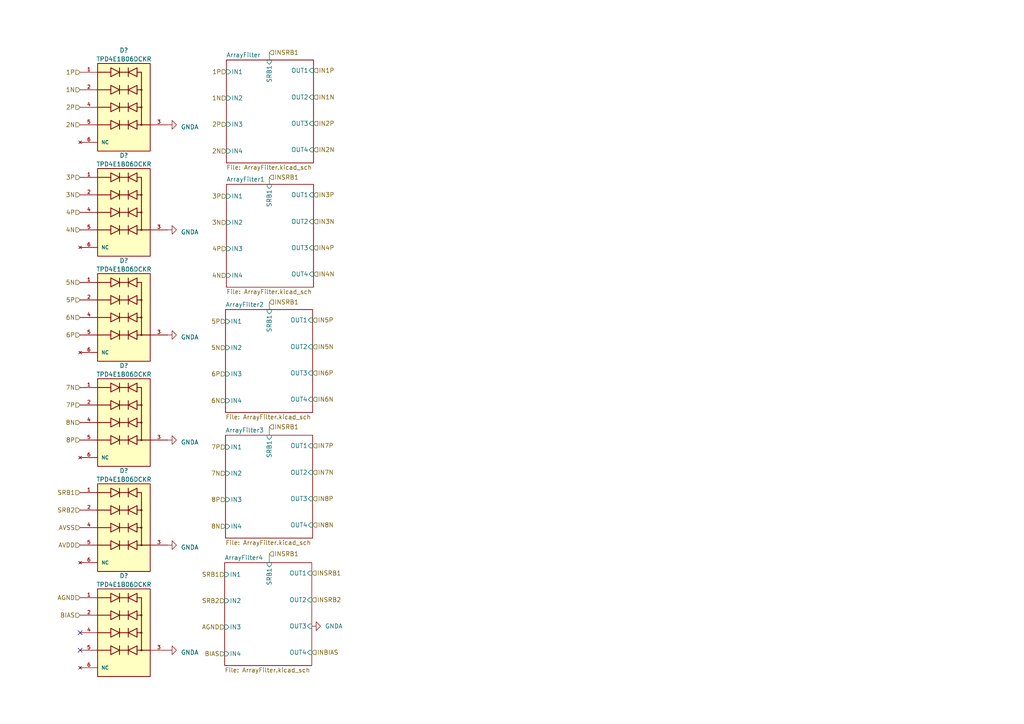
<source format=kicad_sch>
(kicad_sch (version 20230121) (generator eeschema)
  (paper "A4")
  (title_block (title "Monolith") (date "2023-12-09") (company "Monolith BCI"))
  (lib_symbols
    (symbol "TPD4E1B06DCKR:TPD4E1B06DCKR" (pin_names (offset 1.016))
      (property "Reference" "D" (at -7.62 13.208 0))
      (property "Value" "TPD4E1B06DCKR" (at -7.62 -15.24 0))
      (symbol "TPD4E1B06DCKR_0_0"
        (rectangle (start -7.62 12.7) (end 7.62 -12.7) (stroke (width 0.254)) (fill (type background)))
        (polyline (pts (xy -7.62 -5.08) (xy -3.81 -5.08)) (stroke (width 0.254)))
        (polyline (pts (xy -7.62 0) (xy -3.81 0)) (stroke (width 0.254)))
        (polyline (pts (xy -7.62 5.08) (xy -3.81 5.08)) (stroke (width 0.254)))
        (polyline (pts (xy -7.62 10.16) (xy -3.81 10.16)) (stroke (width 0.254)))
        (polyline (pts (xy -3.81 -6.35) (xy -1.27 -5.08)) (stroke (width 0.254)))
        (polyline (pts (xy -3.81 -5.08) (xy -3.81 -6.35)) (stroke (width 0.254)))
        (polyline (pts (xy -3.81 -3.81) (xy -3.81 -5.08)) (stroke (width 0.254)))
        (polyline (pts (xy -3.81 -1.27) (xy -1.27 0)) (stroke (width 0.254)))
        (polyline (pts (xy -3.81 0) (xy -3.81 -1.27)) (stroke (width 0.254)))
        (polyline (pts (xy -3.81 1.27) (xy -3.81 0)) (stroke (width 0.254)))
        (polyline (pts (xy -3.81 3.81) (xy -1.27 5.08)) (stroke (width 0.254)))
        (polyline (pts (xy -3.81 5.08) (xy -3.81 3.81)) (stroke (width 0.254)))
        (polyline (pts (xy -3.81 6.35) (xy -3.81 5.08)) (stroke (width 0.254)))
        (polyline (pts (xy -3.81 8.89) (xy -1.27 10.16)) (stroke (width 0.254)))
        (polyline (pts (xy -3.81 10.16) (xy -3.81 8.89)) (stroke (width 0.254)))
        (polyline (pts (xy -3.81 11.43) (xy -3.81 10.16)) (stroke (width 0.254)))
        (polyline (pts (xy -1.27 -5.08) (xy -3.81 -3.81)) (stroke (width 0.254)))
        (polyline (pts (xy -1.27 -5.08) (xy -1.27 -6.35)) (stroke (width 0.254)))
        (polyline (pts (xy -1.27 -5.08) (xy 1.27 -5.08)) (stroke (width 0.254)))
        (polyline (pts (xy -1.27 -3.81) (xy -1.27 -5.08)) (stroke (width 0.254)))
        (polyline (pts (xy -1.27 0) (xy -3.81 1.27)) (stroke (width 0.254)))
        (polyline (pts (xy -1.27 0) (xy -1.27 -1.27)) (stroke (width 0.254)))
        (polyline (pts (xy -1.27 0) (xy 1.27 0)) (stroke (width 0.254)))
        (polyline (pts (xy -1.27 1.27) (xy -1.27 0)) (stroke (width 0.254)))
        (polyline (pts (xy -1.27 5.08) (xy -3.81 6.35)) (stroke (width 0.254)))
        (polyline (pts (xy -1.27 5.08) (xy -1.27 3.81)) (stroke (width 0.254)))
        (polyline (pts (xy -1.27 5.08) (xy 1.27 5.08)) (stroke (width 0.254)))
        (polyline (pts (xy -1.27 6.35) (xy -1.27 5.08)) (stroke (width 0.254)))
        (polyline (pts (xy -1.27 10.16) (xy -3.81 11.43)) (stroke (width 0.254)))
        (polyline (pts (xy -1.27 10.16) (xy -1.27 8.89)) (stroke (width 0.254)))
        (polyline (pts (xy -1.27 10.16) (xy 1.27 10.16)) (stroke (width 0.254)))
        (polyline (pts (xy -1.27 11.43) (xy -1.27 10.16)) (stroke (width 0.254)))
        (polyline (pts (xy 1.27 -6.35) (xy 1.27 -5.08)) (stroke (width 0.254)))
        (polyline (pts (xy 1.27 -5.08) (xy 1.27 -3.81)) (stroke (width 0.254)))
        (polyline (pts (xy 1.27 -5.08) (xy 3.81 -6.35)) (stroke (width 0.254)))
        (polyline (pts (xy 1.27 -1.27) (xy 1.27 0)) (stroke (width 0.254)))
        (polyline (pts (xy 1.27 0) (xy 1.27 1.27)) (stroke (width 0.254)))
        (polyline (pts (xy 1.27 0) (xy 3.81 -1.27)) (stroke (width 0.254)))
        (polyline (pts (xy 1.27 3.81) (xy 1.27 5.08)) (stroke (width 0.254)))
        (polyline (pts (xy 1.27 5.08) (xy 1.27 6.35)) (stroke (width 0.254)))
        (polyline (pts (xy 1.27 5.08) (xy 3.81 3.81)) (stroke (width 0.254)))
        (polyline (pts (xy 1.27 8.89) (xy 1.27 10.16)) (stroke (width 0.254)))
        (polyline (pts (xy 1.27 10.16) (xy 1.27 11.43)) (stroke (width 0.254)))
        (polyline (pts (xy 1.27 10.16) (xy 3.81 8.89)) (stroke (width 0.254)))
        (polyline (pts (xy 3.81 -6.35) (xy 3.81 -5.08)) (stroke (width 0.254)))
        (polyline (pts (xy 3.81 -5.08) (xy 3.81 -3.81)) (stroke (width 0.254)))
        (polyline (pts (xy 3.81 -3.81) (xy 1.27 -5.08)) (stroke (width 0.254)))
        (polyline (pts (xy 3.81 -1.27) (xy 3.81 0)) (stroke (width 0.254)))
        (polyline (pts (xy 3.81 0) (xy 3.81 1.27)) (stroke (width 0.254)))
        (polyline (pts (xy 3.81 1.27) (xy 1.27 0)) (stroke (width 0.254)))
        (polyline (pts (xy 3.81 3.81) (xy 3.81 5.08)) (stroke (width 0.254)))
        (polyline (pts (xy 3.81 5.08) (xy 3.81 6.35)) (stroke (width 0.254)))
        (polyline (pts (xy 3.81 6.35) (xy 1.27 5.08)) (stroke (width 0.254)))
        (polyline (pts (xy 3.81 8.89) (xy 3.81 10.16)) (stroke (width 0.254)))
        (polyline (pts (xy 3.81 10.16) (xy 3.81 11.43)) (stroke (width 0.254)))
        (polyline (pts (xy 3.81 10.16) (xy 5.08 10.16)) (stroke (width 0.254)))
        (polyline (pts (xy 3.81 11.43) (xy 1.27 10.16)) (stroke (width 0.254)))
        (polyline (pts (xy 5.08 -5.08) (xy 3.81 -5.08)) (stroke (width 0.254)))
        (polyline (pts (xy 5.08 -5.08) (xy 7.62 -5.08)) (stroke (width 0.254)))
        (polyline (pts (xy 5.08 0) (xy 3.81 0)) (stroke (width 0.254)))
        (polyline (pts (xy 5.08 0) (xy 5.08 -5.08)) (stroke (width 0.254)))
        (polyline (pts (xy 5.08 5.08) (xy 3.81 5.08)) (stroke (width 0.254)))
        (polyline (pts (xy 5.08 5.08) (xy 5.08 0)) (stroke (width 0.254)))
        (polyline (pts (xy 5.08 10.16) (xy 5.08 5.08)) (stroke (width 0.254)))
        (circle (center 5.08 -5.08) (radius 0.15) (stroke (width 0.3)))
        (circle (center 5.08 0) (radius 0.15) (stroke (width 0.3)))
        (circle (center 5.08 5.08) (radius 0.15) (stroke (width 0.3)))
        (pin bidirectional line (at -12.7 10.16 0) (length 5.08) (name "~") (number "1"))
        (pin bidirectional line (at -12.7 5.08 0) (length 5.08) (name "~") (number "2"))
        (pin power_in line (at 12.7 -5.08 180) (length 5.08) (name "~") (number "3"))
        (pin bidirectional line (at -12.7 0 0) (length 5.08) (name "~") (number "4"))
        (pin bidirectional line (at -12.7 -5.08 0) (length 5.08) (name "~") (number "5"))
        (pin no_connect line (at -12.7 -10.16 0) (length 5.08) (name "NC") (number "6"))
      )
    )
    (symbol "TPD4E1B06DCKR_1" (pin_names (offset 1.016))
      (property "Reference" "D" (at -7.62 13.208 0))
      (property "Value" "TPD4E1B06DCKR" (at -7.62 -15.24 0))
      (symbol "TPD4E1B06DCKR_1_0_0"
        (rectangle (start -7.62 12.7) (end 7.62 -12.7) (stroke (width 0.254)) (fill (type background)))
        (polyline (pts (xy -7.62 -5.08) (xy -3.81 -5.08)) (stroke (width 0.254)))
        (polyline (pts (xy -7.62 0) (xy -3.81 0)) (stroke (width 0.254)))
        (polyline (pts (xy -7.62 5.08) (xy -3.81 5.08)) (stroke (width 0.254)))
        (polyline (pts (xy -7.62 10.16) (xy -3.81 10.16)) (stroke (width 0.254)))
        (polyline (pts (xy -3.81 -6.35) (xy -1.27 -5.08)) (stroke (width 0.254)))
        (polyline (pts (xy -3.81 -5.08) (xy -3.81 -6.35)) (stroke (width 0.254)))
        (polyline (pts (xy -3.81 -3.81) (xy -3.81 -5.08)) (stroke (width 0.254)))
        (polyline (pts (xy -3.81 -1.27) (xy -1.27 0)) (stroke (width 0.254)))
        (polyline (pts (xy -3.81 0) (xy -3.81 -1.27)) (stroke (width 0.254)))
        (polyline (pts (xy -3.81 1.27) (xy -3.81 0)) (stroke (width 0.254)))
        (polyline (pts (xy -3.81 3.81) (xy -1.27 5.08)) (stroke (width 0.254)))
        (polyline (pts (xy -3.81 5.08) (xy -3.81 3.81)) (stroke (width 0.254)))
        (polyline (pts (xy -3.81 6.35) (xy -3.81 5.08)) (stroke (width 0.254)))
        (polyline (pts (xy -3.81 8.89) (xy -1.27 10.16)) (stroke (width 0.254)))
        (polyline (pts (xy -3.81 10.16) (xy -3.81 8.89)) (stroke (width 0.254)))
        (polyline (pts (xy -3.81 11.43) (xy -3.81 10.16)) (stroke (width 0.254)))
        (polyline (pts (xy -1.27 -5.08) (xy -3.81 -3.81)) (stroke (width 0.254)))
        (polyline (pts (xy -1.27 -5.08) (xy -1.27 -6.35)) (stroke (width 0.254)))
        (polyline (pts (xy -1.27 -5.08) (xy 1.27 -5.08)) (stroke (width 0.254)))
        (polyline (pts (xy -1.27 -3.81) (xy -1.27 -5.08)) (stroke (width 0.254)))
        (polyline (pts (xy -1.27 0) (xy -3.81 1.27)) (stroke (width 0.254)))
        (polyline (pts (xy -1.27 0) (xy -1.27 -1.27)) (stroke (width 0.254)))
        (polyline (pts (xy -1.27 0) (xy 1.27 0)) (stroke (width 0.254)))
        (polyline (pts (xy -1.27 1.27) (xy -1.27 0)) (stroke (width 0.254)))
        (polyline (pts (xy -1.27 5.08) (xy -3.81 6.35)) (stroke (width 0.254)))
        (polyline (pts (xy -1.27 5.08) (xy -1.27 3.81)) (stroke (width 0.254)))
        (polyline (pts (xy -1.27 5.08) (xy 1.27 5.08)) (stroke (width 0.254)))
        (polyline (pts (xy -1.27 6.35) (xy -1.27 5.08)) (stroke (width 0.254)))
        (polyline (pts (xy -1.27 10.16) (xy -3.81 11.43)) (stroke (width 0.254)))
        (polyline (pts (xy -1.27 10.16) (xy -1.27 8.89)) (stroke (width 0.254)))
        (polyline (pts (xy -1.27 10.16) (xy 1.27 10.16)) (stroke (width 0.254)))
        (polyline (pts (xy -1.27 11.43) (xy -1.27 10.16)) (stroke (width 0.254)))
        (polyline (pts (xy 1.27 -6.35) (xy 1.27 -5.08)) (stroke (width 0.254)))
        (polyline (pts (xy 1.27 -5.08) (xy 1.27 -3.81)) (stroke (width 0.254)))
        (polyline (pts (xy 1.27 -5.08) (xy 3.81 -6.35)) (stroke (width 0.254)))
        (polyline (pts (xy 1.27 -1.27) (xy 1.27 0)) (stroke (width 0.254)))
        (polyline (pts (xy 1.27 0) (xy 1.27 1.27)) (stroke (width 0.254)))
        (polyline (pts (xy 1.27 0) (xy 3.81 -1.27)) (stroke (width 0.254)))
        (polyline (pts (xy 1.27 3.81) (xy 1.27 5.08)) (stroke (width 0.254)))
        (polyline (pts (xy 1.27 5.08) (xy 1.27 6.35)) (stroke (width 0.254)))
        (polyline (pts (xy 1.27 5.08) (xy 3.81 3.81)) (stroke (width 0.254)))
        (polyline (pts (xy 1.27 8.89) (xy 1.27 10.16)) (stroke (width 0.254)))
        (polyline (pts (xy 1.27 10.16) (xy 1.27 11.43)) (stroke (width 0.254)))
        (polyline (pts (xy 1.27 10.16) (xy 3.81 8.89)) (stroke (width 0.254)))
        (polyline (pts (xy 3.81 -6.35) (xy 3.81 -5.08)) (stroke (width 0.254)))
        (polyline (pts (xy 3.81 -5.08) (xy 3.81 -3.81)) (stroke (width 0.254)))
        (polyline (pts (xy 3.81 -3.81) (xy 1.27 -5.08)) (stroke (width 0.254)))
        (polyline (pts (xy 3.81 -1.27) (xy 3.81 0)) (stroke (width 0.254)))
        (polyline (pts (xy 3.81 0) (xy 3.81 1.27)) (stroke (width 0.254)))
        (polyline (pts (xy 3.81 1.27) (xy 1.27 0)) (stroke (width 0.254)))
        (polyline (pts (xy 3.81 3.81) (xy 3.81 5.08)) (stroke (width 0.254)))
        (polyline (pts (xy 3.81 5.08) (xy 3.81 6.35)) (stroke (width 0.254)))
        (polyline (pts (xy 3.81 6.35) (xy 1.27 5.08)) (stroke (width 0.254)))
        (polyline (pts (xy 3.81 8.89) (xy 3.81 10.16)) (stroke (width 0.254)))
        (polyline (pts (xy 3.81 10.16) (xy 3.81 11.43)) (stroke (width 0.254)))
        (polyline (pts (xy 3.81 10.16) (xy 5.08 10.16)) (stroke (width 0.254)))
        (polyline (pts (xy 3.81 11.43) (xy 1.27 10.16)) (stroke (width 0.254)))
        (polyline (pts (xy 5.08 -5.08) (xy 3.81 -5.08)) (stroke (width 0.254)))
        (polyline (pts (xy 5.08 -5.08) (xy 7.62 -5.08)) (stroke (width 0.254)))
        (polyline (pts (xy 5.08 0) (xy 3.81 0)) (stroke (width 0.254)))
        (polyline (pts (xy 5.08 0) (xy 5.08 -5.08)) (stroke (width 0.254)))
        (polyline (pts (xy 5.08 5.08) (xy 3.81 5.08)) (stroke (width 0.254)))
        (polyline (pts (xy 5.08 5.08) (xy 5.08 0)) (stroke (width 0.254)))
        (polyline (pts (xy 5.08 10.16) (xy 5.08 5.08)) (stroke (width 0.254)))
        (circle (center 5.08 -5.08) (radius 0.15) (stroke (width 0.3)))
        (circle (center 5.08 0) (radius 0.15) (stroke (width 0.3)))
        (circle (center 5.08 5.08) (radius 0.15) (stroke (width 0.3)))
        (pin bidirectional line (at -12.7 10.16 0) (length 5.08) (name "~") (number "1"))
        (pin bidirectional line (at -12.7 5.08 0) (length 5.08) (name "~") (number "2"))
        (pin power_in line (at 12.7 -5.08 180) (length 5.08) (name "~") (number "3"))
        (pin bidirectional line (at -12.7 0 0) (length 5.08) (name "~") (number "4"))
        (pin bidirectional line (at -12.7 -5.08 0) (length 5.08) (name "~") (number "5"))
        (pin no_connect line (at -12.7 -10.16 0) (length 5.08) (name "NC") (number "6"))
      )
    )
    (symbol "TPD4E1B06DCKR_2" (pin_names (offset 1.016))
      (property "Reference" "D" (at -7.62 13.208 0))
      (property "Value" "TPD4E1B06DCKR" (at -7.62 -15.24 0))
      (symbol "TPD4E1B06DCKR_2_0_0"
        (rectangle (start -7.62 12.7) (end 7.62 -12.7) (stroke (width 0.254)) (fill (type background)))
        (polyline (pts (xy -7.62 -5.08) (xy -3.81 -5.08)) (stroke (width 0.254)))
        (polyline (pts (xy -7.62 0) (xy -3.81 0)) (stroke (width 0.254)))
        (polyline (pts (xy -7.62 5.08) (xy -3.81 5.08)) (stroke (width 0.254)))
        (polyline (pts (xy -7.62 10.16) (xy -3.81 10.16)) (stroke (width 0.254)))
        (polyline (pts (xy -3.81 -6.35) (xy -1.27 -5.08)) (stroke (width 0.254)))
        (polyline (pts (xy -3.81 -5.08) (xy -3.81 -6.35)) (stroke (width 0.254)))
        (polyline (pts (xy -3.81 -3.81) (xy -3.81 -5.08)) (stroke (width 0.254)))
        (polyline (pts (xy -3.81 -1.27) (xy -1.27 0)) (stroke (width 0.254)))
        (polyline (pts (xy -3.81 0) (xy -3.81 -1.27)) (stroke (width 0.254)))
        (polyline (pts (xy -3.81 1.27) (xy -3.81 0)) (stroke (width 0.254)))
        (polyline (pts (xy -3.81 3.81) (xy -1.27 5.08)) (stroke (width 0.254)))
        (polyline (pts (xy -3.81 5.08) (xy -3.81 3.81)) (stroke (width 0.254)))
        (polyline (pts (xy -3.81 6.35) (xy -3.81 5.08)) (stroke (width 0.254)))
        (polyline (pts (xy -3.81 8.89) (xy -1.27 10.16)) (stroke (width 0.254)))
        (polyline (pts (xy -3.81 10.16) (xy -3.81 8.89)) (stroke (width 0.254)))
        (polyline (pts (xy -3.81 11.43) (xy -3.81 10.16)) (stroke (width 0.254)))
        (polyline (pts (xy -1.27 -5.08) (xy -3.81 -3.81)) (stroke (width 0.254)))
        (polyline (pts (xy -1.27 -5.08) (xy -1.27 -6.35)) (stroke (width 0.254)))
        (polyline (pts (xy -1.27 -5.08) (xy 1.27 -5.08)) (stroke (width 0.254)))
        (polyline (pts (xy -1.27 -3.81) (xy -1.27 -5.08)) (stroke (width 0.254)))
        (polyline (pts (xy -1.27 0) (xy -3.81 1.27)) (stroke (width 0.254)))
        (polyline (pts (xy -1.27 0) (xy -1.27 -1.27)) (stroke (width 0.254)))
        (polyline (pts (xy -1.27 0) (xy 1.27 0)) (stroke (width 0.254)))
        (polyline (pts (xy -1.27 1.27) (xy -1.27 0)) (stroke (width 0.254)))
        (polyline (pts (xy -1.27 5.08) (xy -3.81 6.35)) (stroke (width 0.254)))
        (polyline (pts (xy -1.27 5.08) (xy -1.27 3.81)) (stroke (width 0.254)))
        (polyline (pts (xy -1.27 5.08) (xy 1.27 5.08)) (stroke (width 0.254)))
        (polyline (pts (xy -1.27 6.35) (xy -1.27 5.08)) (stroke (width 0.254)))
        (polyline (pts (xy -1.27 10.16) (xy -3.81 11.43)) (stroke (width 0.254)))
        (polyline (pts (xy -1.27 10.16) (xy -1.27 8.89)) (stroke (width 0.254)))
        (polyline (pts (xy -1.27 10.16) (xy 1.27 10.16)) (stroke (width 0.254)))
        (polyline (pts (xy -1.27 11.43) (xy -1.27 10.16)) (stroke (width 0.254)))
        (polyline (pts (xy 1.27 -6.35) (xy 1.27 -5.08)) (stroke (width 0.254)))
        (polyline (pts (xy 1.27 -5.08) (xy 1.27 -3.81)) (stroke (width 0.254)))
        (polyline (pts (xy 1.27 -5.08) (xy 3.81 -6.35)) (stroke (width 0.254)))
        (polyline (pts (xy 1.27 -1.27) (xy 1.27 0)) (stroke (width 0.254)))
        (polyline (pts (xy 1.27 0) (xy 1.27 1.27)) (stroke (width 0.254)))
        (polyline (pts (xy 1.27 0) (xy 3.81 -1.27)) (stroke (width 0.254)))
        (polyline (pts (xy 1.27 3.81) (xy 1.27 5.08)) (stroke (width 0.254)))
        (polyline (pts (xy 1.27 5.08) (xy 1.27 6.35)) (stroke (width 0.254)))
        (polyline (pts (xy 1.27 5.08) (xy 3.81 3.81)) (stroke (width 0.254)))
        (polyline (pts (xy 1.27 8.89) (xy 1.27 10.16)) (stroke (width 0.254)))
        (polyline (pts (xy 1.27 10.16) (xy 1.27 11.43)) (stroke (width 0.254)))
        (polyline (pts (xy 1.27 10.16) (xy 3.81 8.89)) (stroke (width 0.254)))
        (polyline (pts (xy 3.81 -6.35) (xy 3.81 -5.08)) (stroke (width 0.254)))
        (polyline (pts (xy 3.81 -5.08) (xy 3.81 -3.81)) (stroke (width 0.254)))
        (polyline (pts (xy 3.81 -3.81) (xy 1.27 -5.08)) (stroke (width 0.254)))
        (polyline (pts (xy 3.81 -1.27) (xy 3.81 0)) (stroke (width 0.254)))
        (polyline (pts (xy 3.81 0) (xy 3.81 1.27)) (stroke (width 0.254)))
        (polyline (pts (xy 3.81 1.27) (xy 1.27 0)) (stroke (width 0.254)))
        (polyline (pts (xy 3.81 3.81) (xy 3.81 5.08)) (stroke (width 0.254)))
        (polyline (pts (xy 3.81 5.08) (xy 3.81 6.35)) (stroke (width 0.254)))
        (polyline (pts (xy 3.81 6.35) (xy 1.27 5.08)) (stroke (width 0.254)))
        (polyline (pts (xy 3.81 8.89) (xy 3.81 10.16)) (stroke (width 0.254)))
        (polyline (pts (xy 3.81 10.16) (xy 3.81 11.43)) (stroke (width 0.254)))
        (polyline (pts (xy 3.81 10.16) (xy 5.08 10.16)) (stroke (width 0.254)))
        (polyline (pts (xy 3.81 11.43) (xy 1.27 10.16)) (stroke (width 0.254)))
        (polyline (pts (xy 5.08 -5.08) (xy 3.81 -5.08)) (stroke (width 0.254)))
        (polyline (pts (xy 5.08 -5.08) (xy 7.62 -5.08)) (stroke (width 0.254)))
        (polyline (pts (xy 5.08 0) (xy 3.81 0)) (stroke (width 0.254)))
        (polyline (pts (xy 5.08 0) (xy 5.08 -5.08)) (stroke (width 0.254)))
        (polyline (pts (xy 5.08 5.08) (xy 3.81 5.08)) (stroke (width 0.254)))
        (polyline (pts (xy 5.08 5.08) (xy 5.08 0)) (stroke (width 0.254)))
        (polyline (pts (xy 5.08 10.16) (xy 5.08 5.08)) (stroke (width 0.254)))
        (circle (center 5.08 -5.08) (radius 0.15) (stroke (width 0.3)))
        (circle (center 5.08 0) (radius 0.15) (stroke (width 0.3)))
        (circle (center 5.08 5.08) (radius 0.15) (stroke (width 0.3)))
        (pin bidirectional line (at -12.7 10.16 0) (length 5.08) (name "~") (number "1"))
        (pin bidirectional line (at -12.7 5.08 0) (length 5.08) (name "~") (number "2"))
        (pin power_in line (at 12.7 -5.08 180) (length 5.08) (name "~") (number "3"))
        (pin bidirectional line (at -12.7 0 0) (length 5.08) (name "~") (number "4"))
        (pin bidirectional line (at -12.7 -5.08 0) (length 5.08) (name "~") (number "5"))
        (pin no_connect line (at -12.7 -10.16 0) (length 5.08) (name "NC") (number "6"))
      )
    )
    (symbol "TPD4E1B06DCKR_3" (pin_names (offset 1.016))
      (property "Reference" "D" (at -7.62 13.208 0))
      (property "Value" "TPD4E1B06DCKR" (at -7.62 -15.24 0))
      (symbol "TPD4E1B06DCKR_3_0_0"
        (rectangle (start -7.62 12.7) (end 7.62 -12.7) (stroke (width 0.254)) (fill (type background)))
        (polyline (pts (xy -7.62 -5.08) (xy -3.81 -5.08)) (stroke (width 0.254)))
        (polyline (pts (xy -7.62 0) (xy -3.81 0)) (stroke (width 0.254)))
        (polyline (pts (xy -7.62 5.08) (xy -3.81 5.08)) (stroke (width 0.254)))
        (polyline (pts (xy -7.62 10.16) (xy -3.81 10.16)) (stroke (width 0.254)))
        (polyline (pts (xy -3.81 -6.35) (xy -1.27 -5.08)) (stroke (width 0.254)))
        (polyline (pts (xy -3.81 -5.08) (xy -3.81 -6.35)) (stroke (width 0.254)))
        (polyline (pts (xy -3.81 -3.81) (xy -3.81 -5.08)) (stroke (width 0.254)))
        (polyline (pts (xy -3.81 -1.27) (xy -1.27 0)) (stroke (width 0.254)))
        (polyline (pts (xy -3.81 0) (xy -3.81 -1.27)) (stroke (width 0.254)))
        (polyline (pts (xy -3.81 1.27) (xy -3.81 0)) (stroke (width 0.254)))
        (polyline (pts (xy -3.81 3.81) (xy -1.27 5.08)) (stroke (width 0.254)))
        (polyline (pts (xy -3.81 5.08) (xy -3.81 3.81)) (stroke (width 0.254)))
        (polyline (pts (xy -3.81 6.35) (xy -3.81 5.08)) (stroke (width 0.254)))
        (polyline (pts (xy -3.81 8.89) (xy -1.27 10.16)) (stroke (width 0.254)))
        (polyline (pts (xy -3.81 10.16) (xy -3.81 8.89)) (stroke (width 0.254)))
        (polyline (pts (xy -3.81 11.43) (xy -3.81 10.16)) (stroke (width 0.254)))
        (polyline (pts (xy -1.27 -5.08) (xy -3.81 -3.81)) (stroke (width 0.254)))
        (polyline (pts (xy -1.27 -5.08) (xy -1.27 -6.35)) (stroke (width 0.254)))
        (polyline (pts (xy -1.27 -5.08) (xy 1.27 -5.08)) (stroke (width 0.254)))
        (polyline (pts (xy -1.27 -3.81) (xy -1.27 -5.08)) (stroke (width 0.254)))
        (polyline (pts (xy -1.27 0) (xy -3.81 1.27)) (stroke (width 0.254)))
        (polyline (pts (xy -1.27 0) (xy -1.27 -1.27)) (stroke (width 0.254)))
        (polyline (pts (xy -1.27 0) (xy 1.27 0)) (stroke (width 0.254)))
        (polyline (pts (xy -1.27 1.27) (xy -1.27 0)) (stroke (width 0.254)))
        (polyline (pts (xy -1.27 5.08) (xy -3.81 6.35)) (stroke (width 0.254)))
        (polyline (pts (xy -1.27 5.08) (xy -1.27 3.81)) (stroke (width 0.254)))
        (polyline (pts (xy -1.27 5.08) (xy 1.27 5.08)) (stroke (width 0.254)))
        (polyline (pts (xy -1.27 6.35) (xy -1.27 5.08)) (stroke (width 0.254)))
        (polyline (pts (xy -1.27 10.16) (xy -3.81 11.43)) (stroke (width 0.254)))
        (polyline (pts (xy -1.27 10.16) (xy -1.27 8.89)) (stroke (width 0.254)))
        (polyline (pts (xy -1.27 10.16) (xy 1.27 10.16)) (stroke (width 0.254)))
        (polyline (pts (xy -1.27 11.43) (xy -1.27 10.16)) (stroke (width 0.254)))
        (polyline (pts (xy 1.27 -6.35) (xy 1.27 -5.08)) (stroke (width 0.254)))
        (polyline (pts (xy 1.27 -5.08) (xy 1.27 -3.81)) (stroke (width 0.254)))
        (polyline (pts (xy 1.27 -5.08) (xy 3.81 -6.35)) (stroke (width 0.254)))
        (polyline (pts (xy 1.27 -1.27) (xy 1.27 0)) (stroke (width 0.254)))
        (polyline (pts (xy 1.27 0) (xy 1.27 1.27)) (stroke (width 0.254)))
        (polyline (pts (xy 1.27 0) (xy 3.81 -1.27)) (stroke (width 0.254)))
        (polyline (pts (xy 1.27 3.81) (xy 1.27 5.08)) (stroke (width 0.254)))
        (polyline (pts (xy 1.27 5.08) (xy 1.27 6.35)) (stroke (width 0.254)))
        (polyline (pts (xy 1.27 5.08) (xy 3.81 3.81)) (stroke (width 0.254)))
        (polyline (pts (xy 1.27 8.89) (xy 1.27 10.16)) (stroke (width 0.254)))
        (polyline (pts (xy 1.27 10.16) (xy 1.27 11.43)) (stroke (width 0.254)))
        (polyline (pts (xy 1.27 10.16) (xy 3.81 8.89)) (stroke (width 0.254)))
        (polyline (pts (xy 3.81 -6.35) (xy 3.81 -5.08)) (stroke (width 0.254)))
        (polyline (pts (xy 3.81 -5.08) (xy 3.81 -3.81)) (stroke (width 0.254)))
        (polyline (pts (xy 3.81 -3.81) (xy 1.27 -5.08)) (stroke (width 0.254)))
        (polyline (pts (xy 3.81 -1.27) (xy 3.81 0)) (stroke (width 0.254)))
        (polyline (pts (xy 3.81 0) (xy 3.81 1.27)) (stroke (width 0.254)))
        (polyline (pts (xy 3.81 1.27) (xy 1.27 0)) (stroke (width 0.254)))
        (polyline (pts (xy 3.81 3.81) (xy 3.81 5.08)) (stroke (width 0.254)))
        (polyline (pts (xy 3.81 5.08) (xy 3.81 6.35)) (stroke (width 0.254)))
        (polyline (pts (xy 3.81 6.35) (xy 1.27 5.08)) (stroke (width 0.254)))
        (polyline (pts (xy 3.81 8.89) (xy 3.81 10.16)) (stroke (width 0.254)))
        (polyline (pts (xy 3.81 10.16) (xy 3.81 11.43)) (stroke (width 0.254)))
        (polyline (pts (xy 3.81 10.16) (xy 5.08 10.16)) (stroke (width 0.254)))
        (polyline (pts (xy 3.81 11.43) (xy 1.27 10.16)) (stroke (width 0.254)))
        (polyline (pts (xy 5.08 -5.08) (xy 3.81 -5.08)) (stroke (width 0.254)))
        (polyline (pts (xy 5.08 -5.08) (xy 7.62 -5.08)) (stroke (width 0.254)))
        (polyline (pts (xy 5.08 0) (xy 3.81 0)) (stroke (width 0.254)))
        (polyline (pts (xy 5.08 0) (xy 5.08 -5.08)) (stroke (width 0.254)))
        (polyline (pts (xy 5.08 5.08) (xy 3.81 5.08)) (stroke (width 0.254)))
        (polyline (pts (xy 5.08 5.08) (xy 5.08 0)) (stroke (width 0.254)))
        (polyline (pts (xy 5.08 10.16) (xy 5.08 5.08)) (stroke (width 0.254)))
        (circle (center 5.08 -5.08) (radius 0.15) (stroke (width 0.3)))
        (circle (center 5.08 0) (radius 0.15) (stroke (width 0.3)))
        (circle (center 5.08 5.08) (radius 0.15) (stroke (width 0.3)))
        (pin bidirectional line (at -12.7 10.16 0) (length 5.08) (name "~") (number "1"))
        (pin bidirectional line (at -12.7 5.08 0) (length 5.08) (name "~") (number "2"))
        (pin power_in line (at 12.7 -5.08 180) (length 5.08) (name "~") (number "3"))
        (pin bidirectional line (at -12.7 0 0) (length 5.08) (name "~") (number "4"))
        (pin bidirectional line (at -12.7 -5.08 0) (length 5.08) (name "~") (number "5"))
        (pin no_connect line (at -12.7 -10.16 0) (length 5.08) (name "NC") (number "6"))
      )
    )
    (symbol "TPD4E1B06DCKR_4" (pin_names (offset 1.016))
      (property "Reference" "D" (at -7.62 13.208 0))
      (property "Value" "TPD4E1B06DCKR" (at -7.62 -15.24 0))
      (symbol "TPD4E1B06DCKR_4_0_0"
        (rectangle (start -7.62 12.7) (end 7.62 -12.7) (stroke (width 0.254)) (fill (type background)))
        (polyline (pts (xy -7.62 -5.08) (xy -3.81 -5.08)) (stroke (width 0.254)))
        (polyline (pts (xy -7.62 0) (xy -3.81 0)) (stroke (width 0.254)))
        (polyline (pts (xy -7.62 5.08) (xy -3.81 5.08)) (stroke (width 0.254)))
        (polyline (pts (xy -7.62 10.16) (xy -3.81 10.16)) (stroke (width 0.254)))
        (polyline (pts (xy -3.81 -6.35) (xy -1.27 -5.08)) (stroke (width 0.254)))
        (polyline (pts (xy -3.81 -5.08) (xy -3.81 -6.35)) (stroke (width 0.254)))
        (polyline (pts (xy -3.81 -3.81) (xy -3.81 -5.08)) (stroke (width 0.254)))
        (polyline (pts (xy -3.81 -1.27) (xy -1.27 0)) (stroke (width 0.254)))
        (polyline (pts (xy -3.81 0) (xy -3.81 -1.27)) (stroke (width 0.254)))
        (polyline (pts (xy -3.81 1.27) (xy -3.81 0)) (stroke (width 0.254)))
        (polyline (pts (xy -3.81 3.81) (xy -1.27 5.08)) (stroke (width 0.254)))
        (polyline (pts (xy -3.81 5.08) (xy -3.81 3.81)) (stroke (width 0.254)))
        (polyline (pts (xy -3.81 6.35) (xy -3.81 5.08)) (stroke (width 0.254)))
        (polyline (pts (xy -3.81 8.89) (xy -1.27 10.16)) (stroke (width 0.254)))
        (polyline (pts (xy -3.81 10.16) (xy -3.81 8.89)) (stroke (width 0.254)))
        (polyline (pts (xy -3.81 11.43) (xy -3.81 10.16)) (stroke (width 0.254)))
        (polyline (pts (xy -1.27 -5.08) (xy -3.81 -3.81)) (stroke (width 0.254)))
        (polyline (pts (xy -1.27 -5.08) (xy -1.27 -6.35)) (stroke (width 0.254)))
        (polyline (pts (xy -1.27 -5.08) (xy 1.27 -5.08)) (stroke (width 0.254)))
        (polyline (pts (xy -1.27 -3.81) (xy -1.27 -5.08)) (stroke (width 0.254)))
        (polyline (pts (xy -1.27 0) (xy -3.81 1.27)) (stroke (width 0.254)))
        (polyline (pts (xy -1.27 0) (xy -1.27 -1.27)) (stroke (width 0.254)))
        (polyline (pts (xy -1.27 0) (xy 1.27 0)) (stroke (width 0.254)))
        (polyline (pts (xy -1.27 1.27) (xy -1.27 0)) (stroke (width 0.254)))
        (polyline (pts (xy -1.27 5.08) (xy -3.81 6.35)) (stroke (width 0.254)))
        (polyline (pts (xy -1.27 5.08) (xy -1.27 3.81)) (stroke (width 0.254)))
        (polyline (pts (xy -1.27 5.08) (xy 1.27 5.08)) (stroke (width 0.254)))
        (polyline (pts (xy -1.27 6.35) (xy -1.27 5.08)) (stroke (width 0.254)))
        (polyline (pts (xy -1.27 10.16) (xy -3.81 11.43)) (stroke (width 0.254)))
        (polyline (pts (xy -1.27 10.16) (xy -1.27 8.89)) (stroke (width 0.254)))
        (polyline (pts (xy -1.27 10.16) (xy 1.27 10.16)) (stroke (width 0.254)))
        (polyline (pts (xy -1.27 11.43) (xy -1.27 10.16)) (stroke (width 0.254)))
        (polyline (pts (xy 1.27 -6.35) (xy 1.27 -5.08)) (stroke (width 0.254)))
        (polyline (pts (xy 1.27 -5.08) (xy 1.27 -3.81)) (stroke (width 0.254)))
        (polyline (pts (xy 1.27 -5.08) (xy 3.81 -6.35)) (stroke (width 0.254)))
        (polyline (pts (xy 1.27 -1.27) (xy 1.27 0)) (stroke (width 0.254)))
        (polyline (pts (xy 1.27 0) (xy 1.27 1.27)) (stroke (width 0.254)))
        (polyline (pts (xy 1.27 0) (xy 3.81 -1.27)) (stroke (width 0.254)))
        (polyline (pts (xy 1.27 3.81) (xy 1.27 5.08)) (stroke (width 0.254)))
        (polyline (pts (xy 1.27 5.08) (xy 1.27 6.35)) (stroke (width 0.254)))
        (polyline (pts (xy 1.27 5.08) (xy 3.81 3.81)) (stroke (width 0.254)))
        (polyline (pts (xy 1.27 8.89) (xy 1.27 10.16)) (stroke (width 0.254)))
        (polyline (pts (xy 1.27 10.16) (xy 1.27 11.43)) (stroke (width 0.254)))
        (polyline (pts (xy 1.27 10.16) (xy 3.81 8.89)) (stroke (width 0.254)))
        (polyline (pts (xy 3.81 -6.35) (xy 3.81 -5.08)) (stroke (width 0.254)))
        (polyline (pts (xy 3.81 -5.08) (xy 3.81 -3.81)) (stroke (width 0.254)))
        (polyline (pts (xy 3.81 -3.81) (xy 1.27 -5.08)) (stroke (width 0.254)))
        (polyline (pts (xy 3.81 -1.27) (xy 3.81 0)) (stroke (width 0.254)))
        (polyline (pts (xy 3.81 0) (xy 3.81 1.27)) (stroke (width 0.254)))
        (polyline (pts (xy 3.81 1.27) (xy 1.27 0)) (stroke (width 0.254)))
        (polyline (pts (xy 3.81 3.81) (xy 3.81 5.08)) (stroke (width 0.254)))
        (polyline (pts (xy 3.81 5.08) (xy 3.81 6.35)) (stroke (width 0.254)))
        (polyline (pts (xy 3.81 6.35) (xy 1.27 5.08)) (stroke (width 0.254)))
        (polyline (pts (xy 3.81 8.89) (xy 3.81 10.16)) (stroke (width 0.254)))
        (polyline (pts (xy 3.81 10.16) (xy 3.81 11.43)) (stroke (width 0.254)))
        (polyline (pts (xy 3.81 10.16) (xy 5.08 10.16)) (stroke (width 0.254)))
        (polyline (pts (xy 3.81 11.43) (xy 1.27 10.16)) (stroke (width 0.254)))
        (polyline (pts (xy 5.08 -5.08) (xy 3.81 -5.08)) (stroke (width 0.254)))
        (polyline (pts (xy 5.08 -5.08) (xy 7.62 -5.08)) (stroke (width 0.254)))
        (polyline (pts (xy 5.08 0) (xy 3.81 0)) (stroke (width 0.254)))
        (polyline (pts (xy 5.08 0) (xy 5.08 -5.08)) (stroke (width 0.254)))
        (polyline (pts (xy 5.08 5.08) (xy 3.81 5.08)) (stroke (width 0.254)))
        (polyline (pts (xy 5.08 5.08) (xy 5.08 0)) (stroke (width 0.254)))
        (polyline (pts (xy 5.08 10.16) (xy 5.08 5.08)) (stroke (width 0.254)))
        (circle (center 5.08 -5.08) (radius 0.15) (stroke (width 0.3)))
        (circle (center 5.08 0) (radius 0.15) (stroke (width 0.3)))
        (circle (center 5.08 5.08) (radius 0.15) (stroke (width 0.3)))
        (pin bidirectional line (at -12.7 10.16 0) (length 5.08) (name "~") (number "1"))
        (pin bidirectional line (at -12.7 5.08 0) (length 5.08) (name "~") (number "2"))
        (pin power_in line (at 12.7 -5.08 180) (length 5.08) (name "~") (number "3"))
        (pin bidirectional line (at -12.7 0 0) (length 5.08) (name "~") (number "4"))
        (pin bidirectional line (at -12.7 -5.08 0) (length 5.08) (name "~") (number "5"))
        (pin no_connect line (at -12.7 -10.16 0) (length 5.08) (name "NC") (number "6"))
      )
    )
    (symbol "power:GNDA" (power) (pin_names (offset 0))
      (property "Value" "GNDA" (at 0 -3.81 0))
      (symbol "GNDA_0_1"
        (polyline (pts (xy 0 0) (xy 0 -1.27) (xy 1.27 -1.27) (xy 0 -2.54) (xy -1.27 -1.27) (xy 0 -1.27)))
      )
      (symbol "GNDA_1_1"
        (pin power_in line (at 0 0 270) (length 0) hide (name "GNDA") (number "1"))
      )
    )
  )
  (no_connect (at 23.241 183.515))
  (no_connect (at 23.241 188.595))
  (wire (pts (xy 78.105 87.63) (xy 78.105 89.789)))
  (wire (pts (xy 78.105 123.825) (xy 78.105 126.238)))
  (wire (pts (xy 78.105 51.435) (xy 78.105 53.467)))
  (wire (pts (xy 78.105 160.655) (xy 78.105 163.195)))
  (wire (pts (xy 78.105 15.24) (xy 78.105 17.399)))
  (hierarchical_label "SRB1" (shape input) (at 65.151 166.624 180))
  (hierarchical_label "IN1N" (shape input) (at 90.932 28.194 0))
  (hierarchical_label "5N" (shape input) (at 65.405 100.838 180))
  (hierarchical_label "3P" (shape input) (at 23.241 51.435 180))
  (hierarchical_label "INSRB2" (shape input) (at 90.424 173.99 0))
  (hierarchical_label "7N" (shape input) (at 65.405 137.287 180))
  (hierarchical_label "2P" (shape input) (at 23.241 31.115 180))
  (hierarchical_label "INBIAS" (shape input) (at 90.424 189.23 0))
  (hierarchical_label "6P" (shape input) (at 23.241 97.155 180))
  (hierarchical_label "IN8P" (shape input) (at 90.678 144.653 0))
  (hierarchical_label "IN7P" (shape input) (at 90.678 129.286 0))
  (hierarchical_label "AGND" (shape input) (at 65.151 181.864 180))
  (hierarchical_label "BIAS" (shape input) (at 65.151 189.611 180))
  (hierarchical_label "4N" (shape input) (at 65.659 79.883 180))
  (hierarchical_label "3N" (shape input) (at 65.659 64.516 180))
  (hierarchical_label "IN6P" (shape input) (at 90.678 108.204 0))
  (hierarchical_label "IN1P" (shape input) (at 90.932 20.447 0))
  (hierarchical_label "IN4N" (shape input) (at 90.932 79.502 0))
  (hierarchical_label "BIAS" (shape input) (at 23.241 178.435 180))
  (hierarchical_label "4P" (shape input) (at 23.241 61.595 180))
  (hierarchical_label "IN2P" (shape input) (at 90.932 35.814 0))
  (hierarchical_label "3N" (shape input) (at 23.241 56.515 180))
  (hierarchical_label "IN5P" (shape input) (at 90.678 92.837 0))
  (hierarchical_label "6P" (shape input) (at 65.405 108.458 180))
  (hierarchical_label "2N" (shape input) (at 65.659 43.815 180))
  (hierarchical_label "5N" (shape input) (at 23.241 81.915 180))
  (hierarchical_label "AVDD" (shape input) (at 23.241 158.115 180))
  (hierarchical_label "IN6N" (shape input) (at 90.678 115.824 0))
  (hierarchical_label "INSRB1" (shape input) (at 90.424 166.243 0))
  (hierarchical_label "INSRB1" (shape input) (at 78.105 160.655 0))
  (hierarchical_label "1P" (shape input) (at 23.241 20.955 180))
  (hierarchical_label "SRB1" (shape input) (at 23.241 142.875 180))
  (hierarchical_label "8N" (shape input) (at 23.241 122.555 180))
  (hierarchical_label "AGND" (shape input) (at 23.241 173.355 180))
  (hierarchical_label "8P" (shape input) (at 23.241 127.635 180))
  (hierarchical_label "4P" (shape input) (at 65.659 72.136 180))
  (hierarchical_label "IN4P" (shape input) (at 90.932 71.882 0))
  (hierarchical_label "SRB2" (shape input) (at 65.151 174.244 180))
  (hierarchical_label "8N" (shape input) (at 65.405 152.654 180))
  (hierarchical_label "1N" (shape input) (at 65.659 28.448 180))
  (hierarchical_label "IN8N" (shape input) (at 90.678 152.273 0))
  (hierarchical_label "7P" (shape input) (at 65.405 129.667 180))
  (hierarchical_label "SRB2" (shape input) (at 23.241 147.955 180))
  (hierarchical_label "1P" (shape input) (at 65.659 20.828 180))
  (hierarchical_label "1N" (shape input) (at 23.241 26.035 180))
  (hierarchical_label "IN3N" (shape input) (at 90.932 64.262 0))
  (hierarchical_label "INSRB1" (shape input) (at 78.105 87.63 0))
  (hierarchical_label "6N" (shape input) (at 65.405 116.205 180))
  (hierarchical_label "IN3P" (shape input) (at 90.932 56.515 0))
  (hierarchical_label "6N" (shape input) (at 23.241 92.075 180))
  (hierarchical_label "4N" (shape input) (at 23.241 66.675 180))
  (hierarchical_label "8P" (shape input) (at 65.405 144.907 180))
  (hierarchical_label "2P" (shape input) (at 65.659 36.068 180))
  (hierarchical_label "INSRB1" (shape input) (at 78.105 15.24 0))
  (hierarchical_label "3P" (shape input) (at 65.659 56.896 180))
  (hierarchical_label "5P" (shape input) (at 65.405 93.218 180))
  (hierarchical_label "INSRB1" (shape input) (at 78.105 123.825 0))
  (hierarchical_label "INSRB1" (shape input) (at 78.105 51.435 0))
  (hierarchical_label "5P" (shape input) (at 23.241 86.995 180))
  (hierarchical_label "7N" (shape input) (at 23.241 112.395 180))
  (hierarchical_label "IN2N" (shape input) (at 90.932 43.434 0))
  (hierarchical_label "IN7N" (shape input) (at 90.678 137.033 0))
  (hierarchical_label "AVSS" (shape input) (at 23.241 153.035 180))
  (hierarchical_label "7P" (shape input) (at 23.241 117.475 180))
  (hierarchical_label "2N" (shape input) (at 23.241 36.195 180))
  (hierarchical_label "IN5N" (shape input) (at 90.678 100.584 0))
  (symbol (lib_id "TPD4E1B06DCKR:TPD4E1B06DCKR") (at 35.941 183.515 0) (unit 1)
    (property "Reference" "D?" (at 35.941 167.005 0))
    (property "Value" "TPD4E1B06DCKR" (at 35.941 169.545 0))
    (property "Footprint" "TPD4E1B06DCKR:TVS_TPD4E1B06DCKR" (effects hide))
    (property "MF" "Texas Instruments" (effects hide))
    (property "MAXIMUM_PACKAGE_HEIGHT" "1.1 mm" (effects hide))
    (property "Package" "SOT-SC70-6 Texas Instruments" (effects hide))
    (property "Price" "None" (effects hide))
    (property "Check_prices" "https://www.snapeda.com/parts/TPD4E1B06DCKR/Texas+Instruments/view-part/?ref=eda" (effects hide))
    (property "STANDARD" "Manufacturer Recommendations" (effects hide))
    (property "PARTREV" "C" (effects hide))
    (property "SnapEDA_Link" "https://www.snapeda.com/parts/TPD4E1B06DCKR/Texas+Instruments/view-part/?ref=snap" (effects hide))
    (property "MP" "TPD4E1B06DCKR" (effects hide))
    (property "Purchase-URL" "https://www.snapeda.com/api/url_track_click_mouser/?unipart_id=46121&manufacturer=Texas Instruments&part_name=TPD4E1B06DCKR&search_term=None" (effects hide))
    (property "Description" "\nQuad 0.7-pF, ±5.5-V, ±12-kV ESD protection diode with 0.5-nA max leakage in SOT & SC70 packages\n" (effects hide))
    (property "MANUFACTURER" "Texas Instruments" (effects hide))
    (property "Availability" "In Stock" (effects hide))
    (property "SNAPEDA_PN" "TPD4E1B06DCKR" (effects hide))
    (property "LCSC" "C840093" (effects hide))
    (instances (project "Monolith" (path "" (reference "D?") (unit 1)) (path "" (reference "D6") (unit 1))))
  )
  (symbol (lib_name "TPD4E1B06DCKR_2") (lib_id "TPD4E1B06DCKR:TPD4E1B06DCKR") (at 35.941 61.595 0) (unit 1)
    (property "Reference" "D?" (at 35.941 45.085 0))
    (property "Value" "TPD4E1B06DCKR" (at 35.941 47.625 0))
    (property "Footprint" "TPD4E1B06DCKR:TVS_TPD4E1B06DCKR" (effects hide))
    (property "MF" "Texas Instruments" (effects hide))
    (property "MAXIMUM_PACKAGE_HEIGHT" "1.1 mm" (effects hide))
    (property "Package" "SOT-SC70-6 Texas Instruments" (effects hide))
    (property "Price" "None" (effects hide))
    (property "Check_prices" "https://www.snapeda.com/parts/TPD4E1B06DCKR/Texas+Instruments/view-part/?ref=eda" (effects hide))
    (property "STANDARD" "Manufacturer Recommendations" (effects hide))
    (property "PARTREV" "C" (effects hide))
    (property "SnapEDA_Link" "https://www.snapeda.com/parts/TPD4E1B06DCKR/Texas+Instruments/view-part/?ref=snap" (effects hide))
    (property "MP" "TPD4E1B06DCKR" (effects hide))
    (property "Purchase-URL" "https://www.snapeda.com/api/url_track_click_mouser/?unipart_id=46121&manufacturer=Texas Instruments&part_name=TPD4E1B06DCKR&search_term=None" (effects hide))
    (property "Description" "\nQuad 0.7-pF, ±5.5-V, ±12-kV ESD protection diode with 0.5-nA max leakage in SOT & SC70 packages\n" (effects hide))
    (property "MANUFACTURER" "Texas Instruments" (effects hide))
    (property "Availability" "In Stock" (effects hide))
    (property "SNAPEDA_PN" "TPD4E1B06DCKR" (effects hide))
    (property "LCSC" "C840093" (effects hide))
    (instances (project "Monolith" (path "" (reference "D?") (unit 1)) (path "" (reference "D2") (unit 1))))
  )
  (symbol (lib_id "power:GNDA") (at 48.641 36.195 90) (unit 1)
    (property "Reference" "#PWR?" (effects hide))
    (property "Value" "GNDA" (at 52.451 36.83 90) (effects (justify right)))
    (instances (project "Monolith" (path "" (reference "#PWR?") (unit 1)) (path "" (reference "#PWR021") (unit 1))))
  )
  (symbol (lib_id "power:GNDA") (at 48.641 66.675 90) (unit 1)
    (property "Reference" "#PWR?" (effects hide))
    (property "Value" "GNDA" (at 52.451 67.31 90) (effects (justify right)))
    (instances (project "Monolith" (path "" (reference "#PWR?") (unit 1)) (path "" (reference "#PWR022") (unit 1))))
  )
  (symbol (lib_id "power:GNDA") (at 48.641 127.635 90) (unit 1)
    (property "Reference" "#PWR?" (effects hide))
    (property "Value" "GNDA" (at 52.451 128.27 90) (effects (justify right)))
    (instances (project "Monolith" (path "" (reference "#PWR?") (unit 1)) (path "" (reference "#PWR046") (unit 1))))
  )
  (symbol (lib_id "power:GNDA") (at 48.641 188.595 90) (unit 1)
    (property "Reference" "#PWR?" (effects hide))
    (property "Value" "GNDA" (at 52.451 189.23 90) (effects (justify right)))
    (instances (project "Monolith" (path "" (reference "#PWR?") (unit 1)) (path "" (reference "#PWR048") (unit 1))))
  )
  (symbol (lib_name "TPD4E1B06DCKR_4") (lib_id "TPD4E1B06DCKR:TPD4E1B06DCKR") (at 35.941 153.035 0) (unit 1)
    (property "Reference" "D?" (at 35.941 136.525 0))
    (property "Value" "TPD4E1B06DCKR" (at 35.941 139.065 0))
    (property "Footprint" "TPD4E1B06DCKR:TVS_TPD4E1B06DCKR" (effects hide))
    (property "MF" "Texas Instruments" (effects hide))
    (property "MAXIMUM_PACKAGE_HEIGHT" "1.1 mm" (effects hide))
    (property "Package" "SOT-SC70-6 Texas Instruments" (effects hide))
    (property "Price" "None" (effects hide))
    (property "Check_prices" "https://www.snapeda.com/parts/TPD4E1B06DCKR/Texas+Instruments/view-part/?ref=eda" (effects hide))
    (property "STANDARD" "Manufacturer Recommendations" (effects hide))
    (property "PARTREV" "C" (effects hide))
    (property "SnapEDA_Link" "https://www.snapeda.com/parts/TPD4E1B06DCKR/Texas+Instruments/view-part/?ref=snap" (effects hide))
    (property "MP" "TPD4E1B06DCKR" (effects hide))
    (property "Purchase-URL" "https://www.snapeda.com/api/url_track_click_mouser/?unipart_id=46121&manufacturer=Texas Instruments&part_name=TPD4E1B06DCKR&search_term=None" (effects hide))
    (property "Description" "\nQuad 0.7-pF, ±5.5-V, ±12-kV ESD protection diode with 0.5-nA max leakage in SOT & SC70 packages\n" (effects hide))
    (property "MANUFACTURER" "Texas Instruments" (effects hide))
    (property "Availability" "In Stock" (effects hide))
    (property "SNAPEDA_PN" "TPD4E1B06DCKR" (effects hide))
    (property "LCSC" "C840093" (effects hide))
    (instances (project "Monolith" (path "" (reference "D?") (unit 1)) (path "" (reference "D5") (unit 1))))
  )
  (symbol (lib_name "TPD4E1B06DCKR_1") (lib_id "TPD4E1B06DCKR:TPD4E1B06DCKR") (at 35.941 31.115 0) (unit 1)
    (property "Reference" "D?" (at 35.941 14.605 0))
    (property "Value" "TPD4E1B06DCKR" (at 35.941 17.145 0))
    (property "Footprint" "TPD4E1B06DCKR:TVS_TPD4E1B06DCKR" (effects hide))
    (property "MF" "Texas Instruments" (effects hide))
    (property "MAXIMUM_PACKAGE_HEIGHT" "1.1 mm" (effects hide))
    (property "Package" "SOT-SC70-6 Texas Instruments" (effects hide))
    (property "Price" "None" (effects hide))
    (property "Check_prices" "https://www.snapeda.com/parts/TPD4E1B06DCKR/Texas+Instruments/view-part/?ref=eda" (effects hide))
    (property "STANDARD" "Manufacturer Recommendations" (effects hide))
    (property "PARTREV" "C" (effects hide))
    (property "SnapEDA_Link" "https://www.snapeda.com/parts/TPD4E1B06DCKR/Texas+Instruments/view-part/?ref=snap" (effects hide))
    (property "MP" "TPD4E1B06DCKR" (effects hide))
    (property "Purchase-URL" "https://www.snapeda.com/api/url_track_click_mouser/?unipart_id=46121&manufacturer=Texas Instruments&part_name=TPD4E1B06DCKR&search_term=None" (effects hide))
    (property "Description" "\nQuad 0.7-pF, ±5.5-V, ±12-kV ESD protection diode with 0.5-nA max leakage in SOT & SC70 packages\n" (effects hide))
    (property "MANUFACTURER" "Texas Instruments" (effects hide))
    (property "Availability" "In Stock" (effects hide))
    (property "SNAPEDA_PN" "TPD4E1B06DCKR" (effects hide))
    (property "LCSC" "C840093" (effects hide))
    (instances (project "Monolith" (path "" (reference "D?") (unit 1)) (path "" (reference "D1") (unit 1))))
  )
  (symbol (lib_id "power:GNDA") (at 90.424 181.61 90) (unit 1)
    (property "Reference" "#PWR08" (effects hide))
    (property "Value" "GNDA" (at 94.234 181.61 90) (effects (justify right)))
  )
  (symbol (lib_id "power:GNDA") (at 48.641 158.115 90) (unit 1)
    (property "Reference" "#PWR?" (effects hide))
    (property "Value" "GNDA" (at 52.451 158.75 90) (effects (justify right)))
    (instances (project "Monolith" (path "" (reference "#PWR?") (unit 1)) (path "" (reference "#PWR047") (unit 1))))
  )
  (symbol (lib_id "power:GNDA") (at 48.641 97.155 90) (unit 1)
    (property "Reference" "#PWR?" (effects hide))
    (property "Value" "GNDA" (at 52.451 97.79 90) (effects (justify right)))
    (instances (project "Monolith" (path "" (reference "#PWR?") (unit 1)) (path "" (reference "#PWR045") (unit 1))))
  )
  (symbol (lib_name "TPD4E1B06DCKR_3") (lib_id "TPD4E1B06DCKR:TPD4E1B06DCKR") (at 35.941 92.075 0) (unit 1)
    (property "Reference" "D?" (at 35.941 75.565 0))
    (property "Value" "TPD4E1B06DCKR" (at 35.941 78.105 0))
    (property "Footprint" "TPD4E1B06DCKR:TVS_TPD4E1B06DCKR" (effects hide))
    (property "MF" "Texas Instruments" (effects hide))
    (property "MAXIMUM_PACKAGE_HEIGHT" "1.1 mm" (effects hide))
    (property "Package" "SOT-SC70-6 Texas Instruments" (effects hide))
    (property "Price" "None" (effects hide))
    (property "Check_prices" "https://www.snapeda.com/parts/TPD4E1B06DCKR/Texas+Instruments/view-part/?ref=eda" (effects hide))
    (property "STANDARD" "Manufacturer Recommendations" (effects hide))
    (property "PARTREV" "C" (effects hide))
    (property "SnapEDA_Link" "https://www.snapeda.com/parts/TPD4E1B06DCKR/Texas+Instruments/view-part/?ref=snap" (effects hide))
    (property "MP" "TPD4E1B06DCKR" (effects hide))
    (property "Purchase-URL" "https://www.snapeda.com/api/url_track_click_mouser/?unipart_id=46121&manufacturer=Texas Instruments&part_name=TPD4E1B06DCKR&search_term=None" (effects hide))
    (property "Description" "\nQuad 0.7-pF, ±5.5-V, ±12-kV ESD protection diode with 0.5-nA max leakage in SOT & SC70 packages\n" (effects hide))
    (property "MANUFACTURER" "Texas Instruments" (effects hide))
    (property "Availability" "In Stock" (effects hide))
    (property "SNAPEDA_PN" "TPD4E1B06DCKR" (effects hide))
    (property "LCSC" "C840093" (effects hide))
    (instances (project "Monolith" (path "" (reference "D?") (unit 1)) (path "" (reference "D3") (unit 1))))
  )
  (symbol (lib_id "TPD4E1B06DCKR:TPD4E1B06DCKR") (at 35.941 122.555 0) (unit 1)
    (property "Reference" "D?" (at 35.941 106.045 0))
    (property "Value" "TPD4E1B06DCKR" (at 35.941 108.585 0))
    (property "Footprint" "TPD4E1B06DCKR:TVS_TPD4E1B06DCKR" (effects hide))
    (property "MF" "Texas Instruments" (effects hide))
    (property "MAXIMUM_PACKAGE_HEIGHT" "1.1 mm" (effects hide))
    (property "Package" "SOT-SC70-6 Texas Instruments" (effects hide))
    (property "Price" "None" (effects hide))
    (property "Check_prices" "https://www.snapeda.com/parts/TPD4E1B06DCKR/Texas+Instruments/view-part/?ref=eda" (effects hide))
    (property "STANDARD" "Manufacturer Recommendations" (effects hide))
    (property "PARTREV" "C" (effects hide))
    (property "SnapEDA_Link" "https://www.snapeda.com/parts/TPD4E1B06DCKR/Texas+Instruments/view-part/?ref=snap" (effects hide))
    (property "MP" "TPD4E1B06DCKR" (effects hide))
    (property "Purchase-URL" "https://www.snapeda.com/api/url_track_click_mouser/?unipart_id=46121&manufacturer=Texas Instruments&part_name=TPD4E1B06DCKR&search_term=None" (effects hide))
    (property "Description" "\nQuad 0.7-pF, ±5.5-V, ±12-kV ESD protection diode with 0.5-nA max leakage in SOT & SC70 packages\n" (effects hide))
    (property "MANUFACTURER" "Texas Instruments" (effects hide))
    (property "Availability" "In Stock" (effects hide))
    (property "SNAPEDA_PN" "TPD4E1B06DCKR" (effects hide))
    (property "LCSC" "C840093" (effects hide))
    (instances (project "Monolith" (path "" (reference "D?") (unit 1)) (path "" (reference "D4") (unit 1))))
  )
  (sheet (at 65.405 89.789) (size 25.273 29.845) (stroke (width 0.1524))
    (property "Sheetname" "ArrayFilter2" (at 65.405 89.0774 0) (effects (justify left bottom)))
    (property "Sheetfile" "ArrayFilter.kicad_sch" (at 65.405 120.2186 0) (effects (justify left top)))
    (pin "OUT4" input (at 90.678 115.824 0))
    (pin "OUT1" input (at 90.678 92.837 0))
    (pin "OUT3" input (at 90.678 108.204 0))
    (pin "OUT2" input (at 90.678 100.584 0))
    (pin "IN1" input (at 65.405 93.218 180))
    (pin "IN3" input (at 65.405 108.458 180))
    (pin "IN4" input (at 65.405 116.205 180))
    (pin "IN2" input (at 65.405 100.838 180))
    (pin "SRB1" input (at 78.105 89.789 90))
  )
  (sheet (at 65.659 53.467) (size 25.273 29.845) (stroke (width 0.1524))
    (property "Sheetname" "ArrayFilter1" (at 65.659 52.7554 0) (effects (justify left bottom)))
    (property "Sheetfile" "ArrayFilter.kicad_sch" (at 65.659 83.8966 0) (effects (justify left top)))
    (pin "OUT4" input (at 90.932 79.502 0))
    (pin "OUT1" input (at 90.932 56.515 0))
    (pin "OUT3" input (at 90.932 71.882 0))
    (pin "OUT2" input (at 90.932 64.262 0))
    (pin "IN1" input (at 65.659 56.896 180))
    (pin "IN3" input (at 65.659 72.136 180))
    (pin "IN4" input (at 65.659 79.883 180))
    (pin "IN2" input (at 65.659 64.516 180))
    (pin "SRB1" input (at 78.105 53.467 90))
  )
  (sheet (at 65.151 163.195) (size 25.273 29.845) (stroke (width 0.1524))
    (property "Sheetname" "ArrayFilter4" (at 65.151 162.4834 0) (effects (justify left bottom)))
    (property "Sheetfile" "ArrayFilter.kicad_sch" (at 65.151 193.6246 0) (effects (justify left top)))
    (pin "OUT4" input (at 90.424 189.23 0))
    (pin "OUT1" input (at 90.424 166.243 0))
    (pin "OUT3" input (at 90.424 181.61 0))
    (pin "OUT2" input (at 90.424 173.99 0))
    (pin "IN1" input (at 65.151 166.624 180))
    (pin "IN3" input (at 65.151 181.864 180))
    (pin "IN4" input (at 65.151 189.611 180))
    (pin "IN2" input (at 65.151 174.244 180))
    (pin "SRB1" input (at 78.105 163.195 90))
  )
  (sheet (at 65.659 17.399) (size 25.273 29.845) (stroke (width 0.1524))
    (property "Sheetname" "ArrayFilter" (at 65.659 16.6874 0) (effects (justify left bottom)))
    (property "Sheetfile" "ArrayFilter.kicad_sch" (at 65.659 47.8286 0) (effects (justify left top)))
    (pin "OUT4" input (at 90.932 43.434 0))
    (pin "OUT1" input (at 90.932 20.447 0))
    (pin "OUT3" input (at 90.932 35.814 0))
    (pin "OUT2" input (at 90.932 28.194 0))
    (pin "IN1" input (at 65.659 20.828 180))
    (pin "IN3" input (at 65.659 36.068 180))
    (pin "IN4" input (at 65.659 43.815 180))
    (pin "IN2" input (at 65.659 28.448 180))
    (pin "SRB1" input (at 78.105 17.399 90))
  )
  (sheet (at 65.405 126.238) (size 25.273 29.845) (stroke (width 0.1524))
    (property "Sheetname" "ArrayFilter3" (at 65.405 125.5264 0) (effects (justify left bottom)))
    (property "Sheetfile" "ArrayFilter.kicad_sch" (at 65.405 156.6676 0) (effects (justify left top)))
    (pin "OUT4" input (at 90.678 152.273 0))
    (pin "OUT1" input (at 90.678 129.286 0))
    (pin "OUT3" input (at 90.678 144.653 0))
    (pin "OUT2" input (at 90.678 137.033 0))
    (pin "IN1" input (at 65.405 129.667 180))
    (pin "IN3" input (at 65.405 144.907 180))
    (pin "IN4" input (at 65.405 152.654 180))
    (pin "IN2" input (at 65.405 137.287 180))
    (pin "SRB1" input (at 78.105 126.238 90))
  )
)
</source>
